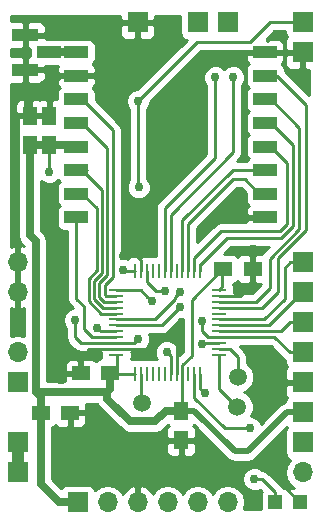
<source format=gtl>
G04 #@! TF.FileFunction,Copper,L1,Top,Signal*
%FSLAX46Y46*%
G04 Gerber Fmt 4.6, Leading zero omitted, Abs format (unit mm)*
G04 Created by KiCad (PCBNEW 4.0.6) date Monday, 03 July 2017 'AMt' 11:17:00*
%MOMM*%
%LPD*%
G01*
G04 APERTURE LIST*
%ADD10C,0.101600*%
%ADD11R,0.250000X1.300000*%
%ADD12R,1.300000X0.250000*%
%ADD13R,1.700000X1.700000*%
%ADD14O,1.700000X1.700000*%
%ADD15R,2.000000X1.000000*%
%ADD16R,1.500000X1.250000*%
%ADD17R,1.250000X1.500000*%
%ADD18R,1.198880X1.198880*%
%ADD19R,2.200000X1.050000*%
%ADD20C,1.500000*%
%ADD21C,0.762000*%
%ADD22C,0.254000*%
%ADD23C,0.500000*%
%ADD24C,0.700000*%
%ADD25C,1.000000*%
G04 APERTURE END LIST*
D10*
D11*
X147110000Y-83090000D03*
X147610000Y-83090000D03*
X148110000Y-83090000D03*
X148610000Y-83090000D03*
X149110000Y-83090000D03*
X149610000Y-83090000D03*
X150110000Y-83090000D03*
X150610000Y-83090000D03*
X151110000Y-83090000D03*
X151610000Y-83090000D03*
X152110000Y-83090000D03*
X152610000Y-83090000D03*
D12*
X154210000Y-81490000D03*
X154210000Y-80990000D03*
X154210000Y-80490000D03*
X154210000Y-79990000D03*
X154210000Y-79490000D03*
X154210000Y-78990000D03*
X154210000Y-78490000D03*
X154210000Y-77990000D03*
X154210000Y-77490000D03*
X154210000Y-76990000D03*
X154210000Y-76490000D03*
X154210000Y-75990000D03*
D11*
X152610000Y-74390000D03*
X152110000Y-74390000D03*
X151610000Y-74390000D03*
X151110000Y-74390000D03*
X150610000Y-74390000D03*
X150110000Y-74390000D03*
X149610000Y-74390000D03*
X149110000Y-74390000D03*
X148610000Y-74390000D03*
X148110000Y-74390000D03*
X147610000Y-74390000D03*
X147110000Y-74390000D03*
D12*
X145510000Y-75990000D03*
X145510000Y-76490000D03*
X145510000Y-76990000D03*
X145510000Y-77490000D03*
X145510000Y-77990000D03*
X145510000Y-78490000D03*
X145510000Y-78990000D03*
X145510000Y-79490000D03*
X145510000Y-79990000D03*
X145510000Y-80490000D03*
X145510000Y-80990000D03*
X145510000Y-81490000D03*
D13*
X142240000Y-93980000D03*
D14*
X144780000Y-93980000D03*
X147320000Y-93980000D03*
X149860000Y-93980000D03*
X152400000Y-93980000D03*
X154940000Y-93980000D03*
D15*
X158115000Y-69850000D03*
X158115000Y-67850000D03*
X158115000Y-65850000D03*
X158115000Y-63850000D03*
X158115000Y-61850000D03*
X158115000Y-59850000D03*
X158115000Y-57850000D03*
X158115000Y-55850000D03*
X142115000Y-55850000D03*
X142115000Y-57850000D03*
X142115000Y-59850000D03*
X142115000Y-61850000D03*
X142115000Y-63850000D03*
X142115000Y-65850000D03*
X142115000Y-67850000D03*
X142115000Y-69850000D03*
D16*
X154550000Y-74200000D03*
X157050000Y-74200000D03*
X145014000Y-83058000D03*
X142514000Y-83058000D03*
D17*
X151003000Y-86233000D03*
X151003000Y-88733000D03*
D18*
X158970980Y-93980000D03*
X161069020Y-93980000D03*
D17*
X138176000Y-63734000D03*
X138176000Y-61234000D03*
X139827000Y-63734000D03*
X139827000Y-61234000D03*
D13*
X137160000Y-83820000D03*
D14*
X137160000Y-81280000D03*
D19*
X137795000Y-57355000D03*
X137795000Y-54405000D03*
D15*
X139827000Y-55880000D03*
D13*
X154940000Y-53340000D03*
X161290000Y-55880000D03*
X161290000Y-73660000D03*
X161290000Y-76200000D03*
X161290000Y-78740000D03*
X161290000Y-88900000D03*
D14*
X161290000Y-91440000D03*
D13*
X147320000Y-53340000D03*
X161290000Y-83820000D03*
D20*
X155800000Y-83350000D03*
X155750000Y-85900000D03*
X147650000Y-85600000D03*
D13*
X137160000Y-91440000D03*
D14*
X137160000Y-73660000D03*
D13*
X137160000Y-88900000D03*
D14*
X137160000Y-76200000D03*
D13*
X152400000Y-53340000D03*
D16*
X139100000Y-86400000D03*
X141600000Y-86400000D03*
D13*
X161290000Y-81280000D03*
X161290000Y-86360000D03*
X161290000Y-53340000D03*
D21*
X139775000Y-68350002D03*
X155200000Y-91600000D03*
X140825000Y-83575000D03*
X157099994Y-72500000D03*
X145499996Y-91000000D03*
X158000000Y-82000000D03*
X155800000Y-67800000D03*
X146050000Y-73152000D03*
X141224000Y-92202000D03*
X148524998Y-76925000D03*
X149600000Y-76050000D03*
X149775000Y-81225000D03*
X157200000Y-92000000D03*
X147400000Y-67300000D03*
X147350000Y-60000000D03*
X139850000Y-66000000D03*
X146050000Y-74300000D03*
X150876000Y-77470010D03*
X150876000Y-76200000D03*
X147350000Y-80175000D03*
X142000004Y-78525000D03*
X156800000Y-87699996D03*
X155400006Y-58000000D03*
X152800000Y-80600000D03*
X153000000Y-84750000D03*
X143900000Y-79200000D03*
X153900000Y-58000000D03*
X152800000Y-78600000D03*
D22*
X139775000Y-68888817D02*
X139775000Y-68350002D01*
X139775000Y-79440000D02*
X139775000Y-68888817D01*
X142514000Y-82179000D02*
X139775000Y-79440000D01*
X142514000Y-83058000D02*
X142514000Y-82179000D01*
X142514000Y-83058000D02*
X142514000Y-81711000D01*
X142514000Y-81711000D02*
X143235000Y-80990000D01*
X143235000Y-80990000D02*
X145510000Y-80990000D01*
X161069020Y-93980000D02*
X157789020Y-90700000D01*
X157789020Y-90700000D02*
X156100000Y-90700000D01*
X156100000Y-90700000D02*
X155200000Y-91600000D01*
X151003000Y-88733000D02*
X149442000Y-88733000D01*
X147320000Y-93980000D02*
X147320000Y-92545000D01*
X147320000Y-92545000D02*
X146977000Y-92202000D01*
X146977000Y-92202000D02*
X145542000Y-92202000D01*
X142115000Y-57850000D02*
X144125000Y-57850000D01*
X145000000Y-54075000D02*
X145735000Y-53340000D01*
X144125000Y-57850000D02*
X145000000Y-56975000D01*
X145000000Y-56975000D02*
X145000000Y-54075000D01*
X145735000Y-53340000D02*
X147320000Y-53340000D01*
X154819001Y-91219001D02*
X155200000Y-91600000D01*
X152333000Y-88733000D02*
X154819001Y-91219001D01*
X151003000Y-88733000D02*
X152333000Y-88733000D01*
X141205999Y-83194001D02*
X140825000Y-83575000D01*
X141342000Y-83058000D02*
X141205999Y-83194001D01*
X142514000Y-83058000D02*
X141342000Y-83058000D01*
X158115000Y-69850000D02*
X156650000Y-69850000D01*
X156650000Y-69850000D02*
X155800000Y-69000000D01*
X155800000Y-69000000D02*
X155800000Y-67800000D01*
X154210000Y-76490000D02*
X156010000Y-76490000D01*
X156010000Y-76490000D02*
X157099994Y-75400006D01*
X157099994Y-75400006D02*
X157099994Y-73038815D01*
X157099994Y-73038815D02*
X157099994Y-72500000D01*
X148850000Y-80200000D02*
X148060000Y-80990000D01*
X148060000Y-80990000D02*
X145510000Y-80990000D01*
X150225000Y-80200000D02*
X148850000Y-80200000D01*
X150610000Y-80585000D02*
X150225000Y-80200000D01*
X150610000Y-83090000D02*
X150610000Y-80585000D01*
X137160000Y-76200000D02*
X137150000Y-76190000D01*
X137150000Y-61244000D02*
X137140000Y-61234000D01*
X137150000Y-76190000D02*
X137150000Y-61244000D01*
X137140000Y-61234000D02*
X137668000Y-61234000D01*
X137668000Y-61234000D02*
X139446000Y-61234000D01*
X145542000Y-92202000D02*
X145499996Y-92159996D01*
X145880995Y-90619001D02*
X145499996Y-91000000D01*
X145499996Y-92159996D02*
X145499996Y-91538815D01*
X147766996Y-88733000D02*
X145880995Y-90619001D01*
X151003000Y-88733000D02*
X147766996Y-88733000D01*
X145499996Y-91538815D02*
X145499996Y-91000000D01*
X137795000Y-57355000D02*
X137795000Y-60853000D01*
X137795000Y-60853000D02*
X138176000Y-61234000D01*
X142115000Y-57850000D02*
X140861000Y-57850000D01*
X140861000Y-57850000D02*
X139827000Y-58884000D01*
X139827000Y-58884000D02*
X139827000Y-60230000D01*
X139827000Y-60230000D02*
X139827000Y-61234000D01*
X147276000Y-73152000D02*
X146588815Y-73152000D01*
X147610000Y-73486000D02*
X147276000Y-73152000D01*
X147610000Y-74390000D02*
X147610000Y-73486000D01*
X146588815Y-73152000D02*
X146050000Y-73152000D01*
X145542000Y-92202000D02*
X141224000Y-92202000D01*
X137795000Y-57355000D02*
X137795000Y-54405000D01*
X137668000Y-57482000D02*
X137795000Y-57355000D01*
X141826000Y-57850000D02*
X142115000Y-57850000D01*
X161290000Y-55880000D02*
X158145000Y-55880000D01*
X158145000Y-55880000D02*
X158115000Y-55850000D01*
X147589998Y-75990000D02*
X148143999Y-76544001D01*
X145510000Y-75990000D02*
X147589998Y-75990000D01*
X148143999Y-76544001D02*
X148524998Y-76925000D01*
X148110000Y-74390000D02*
X148110000Y-75294000D01*
X148110000Y-75294000D02*
X148866000Y-76050000D01*
X148866000Y-76050000D02*
X149061185Y-76050000D01*
X149061185Y-76050000D02*
X149600000Y-76050000D01*
X150110000Y-81560000D02*
X149775000Y-81225000D01*
X150110000Y-83090000D02*
X150110000Y-81560000D01*
X157844420Y-92000000D02*
X157738815Y-92000000D01*
X158970980Y-93126560D02*
X157844420Y-92000000D01*
X158970980Y-93980000D02*
X158970980Y-93126560D01*
X157738815Y-92000000D02*
X157200000Y-92000000D01*
X161290000Y-53340000D02*
X158530638Y-53340000D01*
X158530638Y-53340000D02*
X156870638Y-55000000D01*
X156870638Y-55000000D02*
X152350000Y-55000000D01*
X152350000Y-55000000D02*
X147350000Y-60000000D01*
D23*
X155545000Y-89650000D02*
X156650000Y-89650000D01*
X156650000Y-89650000D02*
X159940000Y-86360000D01*
X159940000Y-86360000D02*
X161290000Y-86360000D01*
X151003000Y-86233000D02*
X152128000Y-86233000D01*
X152128000Y-86233000D02*
X155545000Y-89650000D01*
D24*
X151003000Y-86233000D02*
X149678000Y-86233000D01*
X149678000Y-86233000D02*
X148811000Y-87100000D01*
X148811000Y-87100000D02*
X146650000Y-87100000D01*
X146650000Y-87100000D02*
X144738000Y-85188000D01*
X144738000Y-85188000D02*
X144738000Y-84659000D01*
X145014000Y-83058000D02*
X145014000Y-84383000D01*
X145014000Y-84383000D02*
X144738000Y-84659000D01*
X144738000Y-84659000D02*
X138684000Y-84659000D01*
X139100000Y-86400000D02*
X139100000Y-85075000D01*
X138684000Y-84659000D02*
X138684000Y-71882000D01*
X139100000Y-85075000D02*
X138684000Y-84659000D01*
X138684000Y-71882000D02*
X138176000Y-71374000D01*
X138176000Y-71374000D02*
X138176000Y-63734000D01*
X142240000Y-93980000D02*
X140690000Y-93980000D01*
X140690000Y-93980000D02*
X139100000Y-92390000D01*
X139100000Y-92390000D02*
X139100000Y-87725000D01*
X139100000Y-87725000D02*
X139100000Y-86400000D01*
D22*
X147350000Y-67250000D02*
X147400000Y-67300000D01*
X147350000Y-60000000D02*
X147350000Y-67250000D01*
X154327000Y-74422000D02*
X154452000Y-74422000D01*
X151888798Y-76860202D02*
X154327000Y-74422000D01*
X151110000Y-82319181D02*
X151888798Y-81540383D01*
X151888798Y-81540383D02*
X151888798Y-76860202D01*
X151110000Y-83090000D02*
X151110000Y-82319181D01*
X151110000Y-83090000D02*
X151110000Y-86126000D01*
X151110000Y-86126000D02*
X151003000Y-86233000D01*
X139827000Y-63734000D02*
X139827000Y-65977000D01*
X139827000Y-65977000D02*
X139850000Y-66000000D01*
X142115000Y-63850000D02*
X142615000Y-63850000D01*
X147110000Y-74390000D02*
X146140000Y-74390000D01*
X146140000Y-74390000D02*
X146050000Y-74300000D01*
X139827000Y-63734000D02*
X138176000Y-63734000D01*
D24*
X138176000Y-63734000D02*
X141999000Y-63734000D01*
X141999000Y-63734000D02*
X142115000Y-63850000D01*
D22*
X154452000Y-74422000D02*
X154577000Y-74422000D01*
X154452000Y-74422000D02*
X154452000Y-75748000D01*
X154452000Y-75748000D02*
X154210000Y-75990000D01*
D24*
X144780000Y-83167000D02*
X144889000Y-83058000D01*
D22*
X154254000Y-75946000D02*
X154210000Y-75990000D01*
D24*
X142240000Y-93671000D02*
X142240000Y-93980000D01*
D22*
X147110000Y-83090000D02*
X145046000Y-83090000D01*
X145046000Y-83090000D02*
X145014000Y-83058000D01*
X145014000Y-83058000D02*
X145161000Y-83058000D01*
X145161000Y-83058000D02*
X145542000Y-82677000D01*
X145542000Y-82677000D02*
X145542000Y-81522000D01*
X145542000Y-81522000D02*
X145510000Y-81490000D01*
D24*
X141615000Y-63850000D02*
X142115000Y-63850000D01*
X144889000Y-83058000D02*
X145014000Y-83058000D01*
D22*
X149356010Y-78990000D02*
X150495001Y-77851009D01*
X145510000Y-78990000D02*
X149356010Y-78990000D01*
X150495001Y-77851009D02*
X150876000Y-77470010D01*
X148762578Y-78490000D02*
X150495001Y-76757577D01*
X150495001Y-76757577D02*
X150495001Y-76580999D01*
X145510000Y-78490000D02*
X148762578Y-78490000D01*
X150495001Y-76580999D02*
X150876000Y-76200000D01*
X147350000Y-80175000D02*
X147035000Y-80490000D01*
X147035000Y-80490000D02*
X145510000Y-80490000D01*
X145510000Y-80490000D02*
X142490000Y-80490000D01*
X142490000Y-80490000D02*
X142000000Y-80000000D01*
X142000000Y-80000000D02*
X142000000Y-78525004D01*
X142000000Y-78525004D02*
X142000004Y-78525000D01*
D24*
X142115000Y-55850000D02*
X139857000Y-55850000D01*
X139857000Y-55850000D02*
X139827000Y-55880000D01*
D25*
X137160000Y-91440000D02*
X137160000Y-88900000D01*
D22*
X155114000Y-76990000D02*
X154210000Y-76990000D01*
X158615000Y-59850000D02*
X161000000Y-62235000D01*
X158115000Y-59850000D02*
X158615000Y-59850000D01*
X161000000Y-62235000D02*
X161000000Y-70850000D01*
X161000000Y-70850000D02*
X158496000Y-73354000D01*
X158496000Y-73354000D02*
X158496000Y-75819000D01*
X158496000Y-75819000D02*
X157325000Y-76990000D01*
X157325000Y-76990000D02*
X155114000Y-76990000D01*
X144347456Y-77490000D02*
X143615381Y-76757925D01*
X143615380Y-75222074D02*
X144307212Y-74530242D01*
X143615381Y-76757925D02*
X143615380Y-75222074D01*
X145510000Y-77490000D02*
X144347456Y-77490000D01*
X144307212Y-74530242D02*
X144307212Y-67542212D01*
X144307212Y-67542212D02*
X142615000Y-65850000D01*
X142615000Y-65850000D02*
X142115000Y-65850000D01*
X142115000Y-65850000D02*
X143066000Y-65850000D01*
X154699996Y-87699996D02*
X156261185Y-87699996D01*
X156261185Y-87699996D02*
X156800000Y-87699996D01*
X152110000Y-85110000D02*
X154699996Y-87699996D01*
X152110000Y-83090000D02*
X152110000Y-85110000D01*
X161290000Y-91440000D02*
X161240000Y-91440000D01*
X155400006Y-58538815D02*
X155400006Y-58000000D01*
X155400006Y-64346586D02*
X155400006Y-58538815D01*
X150110000Y-74390000D02*
X150110000Y-69636592D01*
X150110000Y-69636592D02*
X155400006Y-64346586D01*
X152800000Y-80600000D02*
X152910000Y-80490000D01*
X152910000Y-80490000D02*
X154210000Y-80490000D01*
X159453408Y-71600000D02*
X154875000Y-71600000D01*
X160457211Y-63692211D02*
X160457211Y-70596197D01*
X158615000Y-61850000D02*
X160457211Y-63692211D01*
X160457211Y-70596197D02*
X159453408Y-71600000D01*
X154875000Y-71600000D02*
X152610000Y-73865000D01*
X152610000Y-73865000D02*
X152610000Y-74390000D01*
X158115000Y-61850000D02*
X158615000Y-61850000D01*
X158115000Y-63850000D02*
X158615000Y-63850000D01*
X158615000Y-63850000D02*
X160000000Y-65235000D01*
X160000000Y-65235000D02*
X160000000Y-70400000D01*
X160000000Y-70400000D02*
X159400000Y-71000000D01*
X152110000Y-73303407D02*
X152110000Y-73486000D01*
X159400000Y-71000000D02*
X154413407Y-71000000D01*
X154413407Y-71000000D02*
X152110000Y-73303407D01*
X152110000Y-73486000D02*
X152110000Y-74390000D01*
X158115000Y-67850000D02*
X157615000Y-67850000D01*
X157615000Y-67850000D02*
X156365000Y-66600000D01*
X156365000Y-66600000D02*
X155400000Y-66600000D01*
X155400000Y-66600000D02*
X151610000Y-70390000D01*
X151610000Y-70390000D02*
X151610000Y-73486000D01*
X151610000Y-73486000D02*
X151610000Y-74390000D01*
X158115000Y-65850000D02*
X155350000Y-65850000D01*
X155350000Y-65850000D02*
X151110000Y-70090000D01*
X151110000Y-70090000D02*
X151110000Y-73486000D01*
X151110000Y-73486000D02*
X151110000Y-74390000D01*
X155114000Y-78490000D02*
X154210000Y-78490000D01*
X159757211Y-76742789D02*
X158010000Y-78490000D01*
X158010000Y-78490000D02*
X155114000Y-78490000D01*
X160186000Y-73660000D02*
X159757211Y-74088789D01*
X161290000Y-73660000D02*
X160186000Y-73660000D01*
X159757211Y-74088789D02*
X159757211Y-76742789D01*
X161290000Y-76200000D02*
X161200000Y-76200000D01*
X161200000Y-76200000D02*
X158410000Y-78990000D01*
X158410000Y-78990000D02*
X155114000Y-78990000D01*
X155114000Y-78990000D02*
X154210000Y-78990000D01*
X161290000Y-78740000D02*
X160186000Y-78740000D01*
X160186000Y-78740000D02*
X159436000Y-79490000D01*
X159436000Y-79490000D02*
X155114000Y-79490000D01*
X155114000Y-79490000D02*
X154210000Y-79490000D01*
X152610000Y-84360000D02*
X152619001Y-84369001D01*
X152610000Y-83090000D02*
X152610000Y-84360000D01*
X152619001Y-84369001D02*
X153000000Y-84750000D01*
X154210000Y-80990000D02*
X155114000Y-80990000D01*
X155114000Y-80990000D02*
X155800000Y-81676000D01*
X155800000Y-81676000D02*
X155800000Y-82289340D01*
X155800000Y-82289340D02*
X155800000Y-83350000D01*
X154210000Y-81490000D02*
X154210000Y-84360000D01*
X154210000Y-84360000D02*
X155750000Y-85900000D01*
X147610000Y-83090000D02*
X147610000Y-85560000D01*
X147610000Y-85560000D02*
X147650000Y-85600000D01*
X147610000Y-84999000D02*
X147701000Y-85090000D01*
X143900000Y-79200000D02*
X144190000Y-79490000D01*
X144190000Y-79490000D02*
X145510000Y-79490000D01*
X154210000Y-77490000D02*
X157860000Y-77490000D01*
X159200000Y-73296592D02*
X161550000Y-70946592D01*
X157860000Y-77490000D02*
X159200000Y-76150000D01*
X159200000Y-76150000D02*
X159200000Y-73296592D01*
X161550000Y-60300000D02*
X159100000Y-57850000D01*
X161550000Y-70946592D02*
X161550000Y-60300000D01*
X159100000Y-57850000D02*
X158115000Y-57850000D01*
X144529799Y-76379161D02*
X144640640Y-76490000D01*
X144529799Y-75600839D02*
X144529799Y-76379161D01*
X145221633Y-74909007D02*
X144529799Y-75600839D01*
X145221633Y-62456633D02*
X145221633Y-74909007D01*
X142615000Y-59850000D02*
X145221633Y-62456633D01*
X142115000Y-59850000D02*
X142615000Y-59850000D01*
X144640640Y-76490000D02*
X145510000Y-76490000D01*
X144764423Y-63999423D02*
X144764423Y-74719624D01*
X144764423Y-74719624D02*
X144072590Y-75411456D01*
X142615000Y-61850000D02*
X144764423Y-63999423D01*
X142115000Y-61850000D02*
X142615000Y-61850000D01*
X144072590Y-75411456D02*
X144072590Y-76568542D01*
X144072590Y-76568542D02*
X144494048Y-76990000D01*
X144494048Y-76990000D02*
X144606000Y-76990000D01*
X144606000Y-76990000D02*
X145510000Y-76990000D01*
X143850002Y-70209364D02*
X143850002Y-74340861D01*
X143158170Y-75032693D02*
X143158171Y-76947308D01*
X144200859Y-77990000D02*
X144606000Y-77990000D01*
X144606000Y-77990000D02*
X145510000Y-77990000D01*
X143850000Y-70209362D02*
X143850002Y-70209364D01*
X142615000Y-67850000D02*
X143850000Y-69085000D01*
X142115000Y-67850000D02*
X142615000Y-67850000D01*
X143850000Y-69085000D02*
X143850000Y-70209362D01*
X143850002Y-74340861D02*
X143158170Y-75032693D01*
X143158171Y-76947308D02*
X144200859Y-77990000D01*
X142115000Y-69850000D02*
X142115000Y-76715000D01*
X142115000Y-76715000D02*
X142750000Y-77350000D01*
X142750000Y-77350000D02*
X142750000Y-79275000D01*
X142750000Y-79275000D02*
X143465000Y-79990000D01*
X143465000Y-79990000D02*
X145510000Y-79990000D01*
X149610000Y-74390000D02*
X149610000Y-69090000D01*
X149610000Y-69090000D02*
X153900000Y-64800000D01*
X153900000Y-64800000D02*
X153900000Y-58000000D01*
X152800000Y-78600000D02*
X152800000Y-79484000D01*
X152800000Y-79484000D02*
X153306000Y-79990000D01*
X153306000Y-79990000D02*
X154210000Y-79990000D01*
X161290000Y-81280000D02*
X160186000Y-81280000D01*
X160186000Y-81280000D02*
X158896000Y-79990000D01*
X158896000Y-79990000D02*
X155114000Y-79990000D01*
X155114000Y-79990000D02*
X154210000Y-79990000D01*
G36*
X144041500Y-85884500D02*
X145953500Y-87796500D01*
X146273057Y-88010021D01*
X146650000Y-88085000D01*
X148811000Y-88085000D01*
X149187943Y-88010021D01*
X149507500Y-87796500D01*
X149896545Y-87407455D01*
X149913910Y-87434441D01*
X149982006Y-87480969D01*
X149839673Y-87623302D01*
X149743000Y-87856691D01*
X149743000Y-88447250D01*
X149901750Y-88606000D01*
X150876000Y-88606000D01*
X150876000Y-88586000D01*
X151130000Y-88586000D01*
X151130000Y-88606000D01*
X152104250Y-88606000D01*
X152263000Y-88447250D01*
X152263000Y-87856691D01*
X152166327Y-87623302D01*
X152025090Y-87482064D01*
X152079441Y-87447090D01*
X152083934Y-87440514D01*
X154919208Y-90275787D01*
X154919210Y-90275790D01*
X155206325Y-90467633D01*
X155262516Y-90478810D01*
X155545000Y-90535001D01*
X155545005Y-90535000D01*
X156649995Y-90535000D01*
X156650000Y-90535001D01*
X156932484Y-90478810D01*
X156988675Y-90467633D01*
X157275790Y-90275790D01*
X159942327Y-87609252D01*
X159957015Y-87632077D01*
X159843569Y-87798110D01*
X159792560Y-88050000D01*
X159792560Y-89750000D01*
X159836838Y-89985317D01*
X159975910Y-90201441D01*
X160188110Y-90346431D01*
X160255541Y-90360086D01*
X160210853Y-90389946D01*
X159888946Y-90871715D01*
X159775907Y-91440000D01*
X159888946Y-92008285D01*
X160210853Y-92490054D01*
X160593246Y-92745560D01*
X160343271Y-92745560D01*
X160109882Y-92842233D01*
X160027669Y-92924445D01*
X159822310Y-92784129D01*
X159612645Y-92741671D01*
X159606932Y-92733120D01*
X159509795Y-92587744D01*
X158383235Y-91461185D01*
X158136025Y-91296004D01*
X157882474Y-91245569D01*
X157776269Y-91139179D01*
X157402982Y-90984176D01*
X156998792Y-90983824D01*
X156625234Y-91138175D01*
X156339179Y-91423731D01*
X156184176Y-91797018D01*
X156183824Y-92201208D01*
X156338175Y-92574766D01*
X156623731Y-92860821D01*
X156997018Y-93015824D01*
X157401208Y-93016176D01*
X157671347Y-92904557D01*
X157823962Y-93057172D01*
X157775109Y-93128670D01*
X157724100Y-93380560D01*
X157724100Y-94540000D01*
X156319396Y-94540000D01*
X156425000Y-94009093D01*
X156425000Y-93950907D01*
X156311961Y-93382622D01*
X155990054Y-92900853D01*
X155508285Y-92578946D01*
X154940000Y-92465907D01*
X154371715Y-92578946D01*
X153889946Y-92900853D01*
X153670000Y-93230026D01*
X153450054Y-92900853D01*
X152968285Y-92578946D01*
X152400000Y-92465907D01*
X151831715Y-92578946D01*
X151349946Y-92900853D01*
X151130000Y-93230026D01*
X150910054Y-92900853D01*
X150428285Y-92578946D01*
X149860000Y-92465907D01*
X149291715Y-92578946D01*
X148809946Y-92900853D01*
X148582298Y-93241553D01*
X148515183Y-93098642D01*
X148086924Y-92708355D01*
X147676890Y-92538524D01*
X147447000Y-92659845D01*
X147447000Y-93853000D01*
X147467000Y-93853000D01*
X147467000Y-94107000D01*
X147447000Y-94107000D01*
X147447000Y-94127000D01*
X147193000Y-94127000D01*
X147193000Y-94107000D01*
X147173000Y-94107000D01*
X147173000Y-93853000D01*
X147193000Y-93853000D01*
X147193000Y-92659845D01*
X146963110Y-92538524D01*
X146553076Y-92708355D01*
X146124817Y-93098642D01*
X146057702Y-93241553D01*
X145830054Y-92900853D01*
X145348285Y-92578946D01*
X144780000Y-92465907D01*
X144211715Y-92578946D01*
X143729946Y-92900853D01*
X143702150Y-92942452D01*
X143693162Y-92894683D01*
X143554090Y-92678559D01*
X143341890Y-92533569D01*
X143090000Y-92482560D01*
X141390000Y-92482560D01*
X141154683Y-92526838D01*
X140938559Y-92665910D01*
X140869695Y-92766695D01*
X140085000Y-91982000D01*
X140085000Y-89018750D01*
X149743000Y-89018750D01*
X149743000Y-89609309D01*
X149839673Y-89842698D01*
X150018301Y-90021327D01*
X150251690Y-90118000D01*
X150717250Y-90118000D01*
X150876000Y-89959250D01*
X150876000Y-88860000D01*
X151130000Y-88860000D01*
X151130000Y-89959250D01*
X151288750Y-90118000D01*
X151754310Y-90118000D01*
X151987699Y-90021327D01*
X152166327Y-89842698D01*
X152263000Y-89609309D01*
X152263000Y-89018750D01*
X152104250Y-88860000D01*
X151130000Y-88860000D01*
X150876000Y-88860000D01*
X149901750Y-88860000D01*
X149743000Y-89018750D01*
X140085000Y-89018750D01*
X140085000Y-87628222D01*
X140085317Y-87628162D01*
X140301441Y-87489090D01*
X140347969Y-87420994D01*
X140490302Y-87563327D01*
X140723691Y-87660000D01*
X141314250Y-87660000D01*
X141473000Y-87501250D01*
X141473000Y-86527000D01*
X141727000Y-86527000D01*
X141727000Y-87501250D01*
X141885750Y-87660000D01*
X142476309Y-87660000D01*
X142709698Y-87563327D01*
X142888327Y-87384699D01*
X142985000Y-87151310D01*
X142985000Y-86685750D01*
X142826250Y-86527000D01*
X141727000Y-86527000D01*
X141473000Y-86527000D01*
X141453000Y-86527000D01*
X141453000Y-86273000D01*
X141473000Y-86273000D01*
X141473000Y-86253000D01*
X141727000Y-86253000D01*
X141727000Y-86273000D01*
X142826250Y-86273000D01*
X142985000Y-86114250D01*
X142985000Y-85648690D01*
X142983057Y-85644000D01*
X143880803Y-85644000D01*
X144041500Y-85884500D01*
X144041500Y-85884500D01*
G37*
X144041500Y-85884500D02*
X145953500Y-87796500D01*
X146273057Y-88010021D01*
X146650000Y-88085000D01*
X148811000Y-88085000D01*
X149187943Y-88010021D01*
X149507500Y-87796500D01*
X149896545Y-87407455D01*
X149913910Y-87434441D01*
X149982006Y-87480969D01*
X149839673Y-87623302D01*
X149743000Y-87856691D01*
X149743000Y-88447250D01*
X149901750Y-88606000D01*
X150876000Y-88606000D01*
X150876000Y-88586000D01*
X151130000Y-88586000D01*
X151130000Y-88606000D01*
X152104250Y-88606000D01*
X152263000Y-88447250D01*
X152263000Y-87856691D01*
X152166327Y-87623302D01*
X152025090Y-87482064D01*
X152079441Y-87447090D01*
X152083934Y-87440514D01*
X154919208Y-90275787D01*
X154919210Y-90275790D01*
X155206325Y-90467633D01*
X155262516Y-90478810D01*
X155545000Y-90535001D01*
X155545005Y-90535000D01*
X156649995Y-90535000D01*
X156650000Y-90535001D01*
X156932484Y-90478810D01*
X156988675Y-90467633D01*
X157275790Y-90275790D01*
X159942327Y-87609252D01*
X159957015Y-87632077D01*
X159843569Y-87798110D01*
X159792560Y-88050000D01*
X159792560Y-89750000D01*
X159836838Y-89985317D01*
X159975910Y-90201441D01*
X160188110Y-90346431D01*
X160255541Y-90360086D01*
X160210853Y-90389946D01*
X159888946Y-90871715D01*
X159775907Y-91440000D01*
X159888946Y-92008285D01*
X160210853Y-92490054D01*
X160593246Y-92745560D01*
X160343271Y-92745560D01*
X160109882Y-92842233D01*
X160027669Y-92924445D01*
X159822310Y-92784129D01*
X159612645Y-92741671D01*
X159606932Y-92733120D01*
X159509795Y-92587744D01*
X158383235Y-91461185D01*
X158136025Y-91296004D01*
X157882474Y-91245569D01*
X157776269Y-91139179D01*
X157402982Y-90984176D01*
X156998792Y-90983824D01*
X156625234Y-91138175D01*
X156339179Y-91423731D01*
X156184176Y-91797018D01*
X156183824Y-92201208D01*
X156338175Y-92574766D01*
X156623731Y-92860821D01*
X156997018Y-93015824D01*
X157401208Y-93016176D01*
X157671347Y-92904557D01*
X157823962Y-93057172D01*
X157775109Y-93128670D01*
X157724100Y-93380560D01*
X157724100Y-94540000D01*
X156319396Y-94540000D01*
X156425000Y-94009093D01*
X156425000Y-93950907D01*
X156311961Y-93382622D01*
X155990054Y-92900853D01*
X155508285Y-92578946D01*
X154940000Y-92465907D01*
X154371715Y-92578946D01*
X153889946Y-92900853D01*
X153670000Y-93230026D01*
X153450054Y-92900853D01*
X152968285Y-92578946D01*
X152400000Y-92465907D01*
X151831715Y-92578946D01*
X151349946Y-92900853D01*
X151130000Y-93230026D01*
X150910054Y-92900853D01*
X150428285Y-92578946D01*
X149860000Y-92465907D01*
X149291715Y-92578946D01*
X148809946Y-92900853D01*
X148582298Y-93241553D01*
X148515183Y-93098642D01*
X148086924Y-92708355D01*
X147676890Y-92538524D01*
X147447000Y-92659845D01*
X147447000Y-93853000D01*
X147467000Y-93853000D01*
X147467000Y-94107000D01*
X147447000Y-94107000D01*
X147447000Y-94127000D01*
X147193000Y-94127000D01*
X147193000Y-94107000D01*
X147173000Y-94107000D01*
X147173000Y-93853000D01*
X147193000Y-93853000D01*
X147193000Y-92659845D01*
X146963110Y-92538524D01*
X146553076Y-92708355D01*
X146124817Y-93098642D01*
X146057702Y-93241553D01*
X145830054Y-92900853D01*
X145348285Y-92578946D01*
X144780000Y-92465907D01*
X144211715Y-92578946D01*
X143729946Y-92900853D01*
X143702150Y-92942452D01*
X143693162Y-92894683D01*
X143554090Y-92678559D01*
X143341890Y-92533569D01*
X143090000Y-92482560D01*
X141390000Y-92482560D01*
X141154683Y-92526838D01*
X140938559Y-92665910D01*
X140869695Y-92766695D01*
X140085000Y-91982000D01*
X140085000Y-89018750D01*
X149743000Y-89018750D01*
X149743000Y-89609309D01*
X149839673Y-89842698D01*
X150018301Y-90021327D01*
X150251690Y-90118000D01*
X150717250Y-90118000D01*
X150876000Y-89959250D01*
X150876000Y-88860000D01*
X151130000Y-88860000D01*
X151130000Y-89959250D01*
X151288750Y-90118000D01*
X151754310Y-90118000D01*
X151987699Y-90021327D01*
X152166327Y-89842698D01*
X152263000Y-89609309D01*
X152263000Y-89018750D01*
X152104250Y-88860000D01*
X151130000Y-88860000D01*
X150876000Y-88860000D01*
X149901750Y-88860000D01*
X149743000Y-89018750D01*
X140085000Y-89018750D01*
X140085000Y-87628222D01*
X140085317Y-87628162D01*
X140301441Y-87489090D01*
X140347969Y-87420994D01*
X140490302Y-87563327D01*
X140723691Y-87660000D01*
X141314250Y-87660000D01*
X141473000Y-87501250D01*
X141473000Y-86527000D01*
X141727000Y-86527000D01*
X141727000Y-87501250D01*
X141885750Y-87660000D01*
X142476309Y-87660000D01*
X142709698Y-87563327D01*
X142888327Y-87384699D01*
X142985000Y-87151310D01*
X142985000Y-86685750D01*
X142826250Y-86527000D01*
X141727000Y-86527000D01*
X141473000Y-86527000D01*
X141453000Y-86527000D01*
X141453000Y-86273000D01*
X141473000Y-86273000D01*
X141473000Y-86253000D01*
X141727000Y-86253000D01*
X141727000Y-86273000D01*
X142826250Y-86273000D01*
X142985000Y-86114250D01*
X142985000Y-85648690D01*
X142983057Y-85644000D01*
X143880803Y-85644000D01*
X144041500Y-85884500D01*
G36*
X161196020Y-93853000D02*
X161216020Y-93853000D01*
X161216020Y-94107000D01*
X161196020Y-94107000D01*
X161196020Y-94127000D01*
X160942020Y-94127000D01*
X160942020Y-94107000D01*
X160922020Y-94107000D01*
X160922020Y-93853000D01*
X160942020Y-93853000D01*
X160942020Y-93833000D01*
X161196020Y-93833000D01*
X161196020Y-93853000D01*
X161196020Y-93853000D01*
G37*
X161196020Y-93853000D02*
X161216020Y-93853000D01*
X161216020Y-94107000D01*
X161196020Y-94107000D01*
X161196020Y-94127000D01*
X160942020Y-94127000D01*
X160942020Y-94107000D01*
X160922020Y-94107000D01*
X160922020Y-93853000D01*
X160942020Y-93853000D01*
X160942020Y-93833000D01*
X161196020Y-93833000D01*
X161196020Y-93853000D01*
G36*
X159647184Y-81818815D02*
X159792560Y-81915952D01*
X159792560Y-82130000D01*
X159836838Y-82365317D01*
X159958143Y-82553831D01*
X159901673Y-82610301D01*
X159805000Y-82843690D01*
X159805000Y-83534250D01*
X159963750Y-83693000D01*
X161163000Y-83693000D01*
X161163000Y-83673000D01*
X161417000Y-83673000D01*
X161417000Y-83693000D01*
X161437000Y-83693000D01*
X161437000Y-83947000D01*
X161417000Y-83947000D01*
X161417000Y-83967000D01*
X161163000Y-83967000D01*
X161163000Y-83947000D01*
X159963750Y-83947000D01*
X159805000Y-84105750D01*
X159805000Y-84796310D01*
X159901673Y-85029699D01*
X159959871Y-85087897D01*
X159843569Y-85258110D01*
X159793757Y-85504089D01*
X159657516Y-85531190D01*
X159601325Y-85542367D01*
X159314210Y-85734210D01*
X159314208Y-85734213D01*
X157738244Y-87310177D01*
X157661825Y-87125230D01*
X157376269Y-86839175D01*
X157002982Y-86684172D01*
X156924068Y-86684103D01*
X157134759Y-86176702D01*
X157135240Y-85625715D01*
X156924831Y-85116485D01*
X156535564Y-84726539D01*
X156315997Y-84635367D01*
X156583515Y-84524831D01*
X156973461Y-84135564D01*
X157184759Y-83626702D01*
X157185240Y-83075715D01*
X156974831Y-82566485D01*
X156585564Y-82176539D01*
X156562000Y-82166754D01*
X156562000Y-81676000D01*
X156545142Y-81591250D01*
X156503997Y-81384396D01*
X156338816Y-81137185D01*
X155953630Y-80752000D01*
X158580370Y-80752000D01*
X159647184Y-81818815D01*
X159647184Y-81818815D01*
G37*
X159647184Y-81818815D02*
X159792560Y-81915952D01*
X159792560Y-82130000D01*
X159836838Y-82365317D01*
X159958143Y-82553831D01*
X159901673Y-82610301D01*
X159805000Y-82843690D01*
X159805000Y-83534250D01*
X159963750Y-83693000D01*
X161163000Y-83693000D01*
X161163000Y-83673000D01*
X161417000Y-83673000D01*
X161417000Y-83693000D01*
X161437000Y-83693000D01*
X161437000Y-83947000D01*
X161417000Y-83947000D01*
X161417000Y-83967000D01*
X161163000Y-83967000D01*
X161163000Y-83947000D01*
X159963750Y-83947000D01*
X159805000Y-84105750D01*
X159805000Y-84796310D01*
X159901673Y-85029699D01*
X159959871Y-85087897D01*
X159843569Y-85258110D01*
X159793757Y-85504089D01*
X159657516Y-85531190D01*
X159601325Y-85542367D01*
X159314210Y-85734210D01*
X159314208Y-85734213D01*
X157738244Y-87310177D01*
X157661825Y-87125230D01*
X157376269Y-86839175D01*
X157002982Y-86684172D01*
X156924068Y-86684103D01*
X157134759Y-86176702D01*
X157135240Y-85625715D01*
X156924831Y-85116485D01*
X156535564Y-84726539D01*
X156315997Y-84635367D01*
X156583515Y-84524831D01*
X156973461Y-84135564D01*
X157184759Y-83626702D01*
X157185240Y-83075715D01*
X156974831Y-82566485D01*
X156585564Y-82176539D01*
X156562000Y-82166754D01*
X156562000Y-81676000D01*
X156545142Y-81591250D01*
X156503997Y-81384396D01*
X156338816Y-81137185D01*
X155953630Y-80752000D01*
X158580370Y-80752000D01*
X159647184Y-81818815D01*
G36*
X140650910Y-66801441D02*
X140720711Y-66849134D01*
X140663559Y-66885910D01*
X140518569Y-67098110D01*
X140467560Y-67350000D01*
X140467560Y-68350000D01*
X140511838Y-68585317D01*
X140650910Y-68801441D01*
X140720711Y-68849134D01*
X140663559Y-68885910D01*
X140518569Y-69098110D01*
X140467560Y-69350000D01*
X140467560Y-70350000D01*
X140511838Y-70585317D01*
X140650910Y-70801441D01*
X140863110Y-70946431D01*
X141115000Y-70997440D01*
X141353000Y-70997440D01*
X141353000Y-76715000D01*
X141411004Y-77006605D01*
X141539155Y-77198396D01*
X141576185Y-77253815D01*
X141831222Y-77508852D01*
X141798796Y-77508824D01*
X141425238Y-77663175D01*
X141139183Y-77948731D01*
X140984180Y-78322018D01*
X140983828Y-78726208D01*
X141138179Y-79099766D01*
X141238000Y-79199761D01*
X141238000Y-80000000D01*
X141296004Y-80291605D01*
X141410528Y-80463001D01*
X141461185Y-80538815D01*
X141951185Y-81028816D01*
X142099377Y-81127834D01*
X142198395Y-81193996D01*
X142490000Y-81252000D01*
X144229428Y-81252000D01*
X144233468Y-81261753D01*
X144212560Y-81365000D01*
X144212560Y-81615000D01*
X144245315Y-81789076D01*
X144028683Y-81829838D01*
X143812559Y-81968910D01*
X143766031Y-82037006D01*
X143623698Y-81894673D01*
X143390309Y-81798000D01*
X142799750Y-81798000D01*
X142641000Y-81956750D01*
X142641000Y-82931000D01*
X142661000Y-82931000D01*
X142661000Y-83185000D01*
X142641000Y-83185000D01*
X142641000Y-83205000D01*
X142387000Y-83205000D01*
X142387000Y-83185000D01*
X141287750Y-83185000D01*
X141129000Y-83343750D01*
X141129000Y-83674000D01*
X139669000Y-83674000D01*
X139669000Y-82306690D01*
X141129000Y-82306690D01*
X141129000Y-82772250D01*
X141287750Y-82931000D01*
X142387000Y-82931000D01*
X142387000Y-81956750D01*
X142228250Y-81798000D01*
X141637691Y-81798000D01*
X141404302Y-81894673D01*
X141225673Y-82073301D01*
X141129000Y-82306690D01*
X139669000Y-82306690D01*
X139669000Y-71882000D01*
X139594021Y-71505057D01*
X139506452Y-71374000D01*
X139380500Y-71185499D01*
X139161000Y-70965999D01*
X139161000Y-66747893D01*
X139273731Y-66860821D01*
X139647018Y-67015824D01*
X140051208Y-67016176D01*
X140424766Y-66861825D01*
X140586119Y-66700753D01*
X140650910Y-66801441D01*
X140650910Y-66801441D01*
G37*
X140650910Y-66801441D02*
X140720711Y-66849134D01*
X140663559Y-66885910D01*
X140518569Y-67098110D01*
X140467560Y-67350000D01*
X140467560Y-68350000D01*
X140511838Y-68585317D01*
X140650910Y-68801441D01*
X140720711Y-68849134D01*
X140663559Y-68885910D01*
X140518569Y-69098110D01*
X140467560Y-69350000D01*
X140467560Y-70350000D01*
X140511838Y-70585317D01*
X140650910Y-70801441D01*
X140863110Y-70946431D01*
X141115000Y-70997440D01*
X141353000Y-70997440D01*
X141353000Y-76715000D01*
X141411004Y-77006605D01*
X141539155Y-77198396D01*
X141576185Y-77253815D01*
X141831222Y-77508852D01*
X141798796Y-77508824D01*
X141425238Y-77663175D01*
X141139183Y-77948731D01*
X140984180Y-78322018D01*
X140983828Y-78726208D01*
X141138179Y-79099766D01*
X141238000Y-79199761D01*
X141238000Y-80000000D01*
X141296004Y-80291605D01*
X141410528Y-80463001D01*
X141461185Y-80538815D01*
X141951185Y-81028816D01*
X142099377Y-81127834D01*
X142198395Y-81193996D01*
X142490000Y-81252000D01*
X144229428Y-81252000D01*
X144233468Y-81261753D01*
X144212560Y-81365000D01*
X144212560Y-81615000D01*
X144245315Y-81789076D01*
X144028683Y-81829838D01*
X143812559Y-81968910D01*
X143766031Y-82037006D01*
X143623698Y-81894673D01*
X143390309Y-81798000D01*
X142799750Y-81798000D01*
X142641000Y-81956750D01*
X142641000Y-82931000D01*
X142661000Y-82931000D01*
X142661000Y-83185000D01*
X142641000Y-83185000D01*
X142641000Y-83205000D01*
X142387000Y-83205000D01*
X142387000Y-83185000D01*
X141287750Y-83185000D01*
X141129000Y-83343750D01*
X141129000Y-83674000D01*
X139669000Y-83674000D01*
X139669000Y-82306690D01*
X141129000Y-82306690D01*
X141129000Y-82772250D01*
X141287750Y-82931000D01*
X142387000Y-82931000D01*
X142387000Y-81956750D01*
X142228250Y-81798000D01*
X141637691Y-81798000D01*
X141404302Y-81894673D01*
X141225673Y-82073301D01*
X141129000Y-82306690D01*
X139669000Y-82306690D01*
X139669000Y-71882000D01*
X139594021Y-71505057D01*
X139506452Y-71374000D01*
X139380500Y-71185499D01*
X139161000Y-70965999D01*
X139161000Y-66747893D01*
X139273731Y-66860821D01*
X139647018Y-67015824D01*
X140051208Y-67016176D01*
X140424766Y-66861825D01*
X140586119Y-66700753D01*
X140650910Y-66801441D01*
G36*
X151126798Y-81224752D02*
X150858653Y-81492898D01*
X150845387Y-81426208D01*
X150813997Y-81268396D01*
X150790993Y-81233968D01*
X150791176Y-81023792D01*
X150636825Y-80650234D01*
X150351269Y-80364179D01*
X149977982Y-80209176D01*
X149573792Y-80208824D01*
X149200234Y-80363175D01*
X148914179Y-80648731D01*
X148759176Y-81022018D01*
X148758824Y-81426208D01*
X148913175Y-81799766D01*
X148918477Y-81805077D01*
X148855411Y-81816944D01*
X148735000Y-81792560D01*
X148485000Y-81792560D01*
X148355411Y-81816944D01*
X148235000Y-81792560D01*
X147985000Y-81792560D01*
X147855411Y-81816944D01*
X147735000Y-81792560D01*
X147485000Y-81792560D01*
X147355411Y-81816944D01*
X147235000Y-81792560D01*
X146985000Y-81792560D01*
X146763025Y-81834328D01*
X146807440Y-81615000D01*
X146807440Y-81365000D01*
X146787550Y-81259295D01*
X146790572Y-81252000D01*
X147035000Y-81252000D01*
X147326605Y-81193996D01*
X147331112Y-81190984D01*
X147551208Y-81191176D01*
X147924766Y-81036825D01*
X148210821Y-80751269D01*
X148365824Y-80377982D01*
X148366176Y-79973792D01*
X148274533Y-79752000D01*
X149356010Y-79752000D01*
X149647615Y-79693996D01*
X149894825Y-79528815D01*
X150937577Y-78486064D01*
X151077208Y-78486186D01*
X151126798Y-78465696D01*
X151126798Y-81224752D01*
X151126798Y-81224752D01*
G37*
X151126798Y-81224752D02*
X150858653Y-81492898D01*
X150845387Y-81426208D01*
X150813997Y-81268396D01*
X150790993Y-81233968D01*
X150791176Y-81023792D01*
X150636825Y-80650234D01*
X150351269Y-80364179D01*
X149977982Y-80209176D01*
X149573792Y-80208824D01*
X149200234Y-80363175D01*
X148914179Y-80648731D01*
X148759176Y-81022018D01*
X148758824Y-81426208D01*
X148913175Y-81799766D01*
X148918477Y-81805077D01*
X148855411Y-81816944D01*
X148735000Y-81792560D01*
X148485000Y-81792560D01*
X148355411Y-81816944D01*
X148235000Y-81792560D01*
X147985000Y-81792560D01*
X147855411Y-81816944D01*
X147735000Y-81792560D01*
X147485000Y-81792560D01*
X147355411Y-81816944D01*
X147235000Y-81792560D01*
X146985000Y-81792560D01*
X146763025Y-81834328D01*
X146807440Y-81615000D01*
X146807440Y-81365000D01*
X146787550Y-81259295D01*
X146790572Y-81252000D01*
X147035000Y-81252000D01*
X147326605Y-81193996D01*
X147331112Y-81190984D01*
X147551208Y-81191176D01*
X147924766Y-81036825D01*
X148210821Y-80751269D01*
X148365824Y-80377982D01*
X148366176Y-79973792D01*
X148274533Y-79752000D01*
X149356010Y-79752000D01*
X149647615Y-79693996D01*
X149894825Y-79528815D01*
X150937577Y-78486064D01*
X151077208Y-78486186D01*
X151126798Y-78465696D01*
X151126798Y-81224752D01*
G36*
X145835000Y-53054250D02*
X145993750Y-53213000D01*
X147193000Y-53213000D01*
X147193000Y-53193000D01*
X147447000Y-53193000D01*
X147447000Y-53213000D01*
X148646250Y-53213000D01*
X148805000Y-53054250D01*
X148805000Y-52780000D01*
X150902560Y-52780000D01*
X150902560Y-54190000D01*
X150946838Y-54425317D01*
X151085910Y-54641441D01*
X151298110Y-54786431D01*
X151454307Y-54818062D01*
X147288424Y-58983946D01*
X147148792Y-58983824D01*
X146775234Y-59138175D01*
X146489179Y-59423731D01*
X146334176Y-59797018D01*
X146333824Y-60201208D01*
X146488175Y-60574766D01*
X146588000Y-60674765D01*
X146588000Y-66674995D01*
X146539179Y-66723731D01*
X146384176Y-67097018D01*
X146383824Y-67501208D01*
X146538175Y-67874766D01*
X146823731Y-68160821D01*
X147197018Y-68315824D01*
X147601208Y-68316176D01*
X147974766Y-68161825D01*
X148260821Y-67876269D01*
X148415824Y-67502982D01*
X148416176Y-67098792D01*
X148261825Y-66725234D01*
X148112000Y-66575147D01*
X148112000Y-60674918D01*
X148210821Y-60576269D01*
X148365824Y-60202982D01*
X148365947Y-60061683D01*
X152665631Y-55762000D01*
X156870638Y-55762000D01*
X157066704Y-55723000D01*
X157988000Y-55723000D01*
X157988000Y-55703000D01*
X158242000Y-55703000D01*
X158242000Y-55723000D01*
X159591250Y-55723000D01*
X159750000Y-55564250D01*
X159750000Y-55223690D01*
X159653327Y-54990301D01*
X159474698Y-54811673D01*
X159241309Y-54715000D01*
X158400750Y-54715000D01*
X158242002Y-54873748D01*
X158242002Y-54715000D01*
X158233268Y-54715000D01*
X158846269Y-54102000D01*
X159792560Y-54102000D01*
X159792560Y-54190000D01*
X159836838Y-54425317D01*
X159958143Y-54613831D01*
X159901673Y-54670301D01*
X159805000Y-54903690D01*
X159805000Y-55594250D01*
X159963750Y-55753000D01*
X161163000Y-55753000D01*
X161163000Y-55733000D01*
X161417000Y-55733000D01*
X161417000Y-55753000D01*
X161437000Y-55753000D01*
X161437000Y-56007000D01*
X161417000Y-56007000D01*
X161417000Y-57206250D01*
X161575750Y-57365000D01*
X161850000Y-57365000D01*
X161850000Y-59522369D01*
X159762440Y-57434810D01*
X159762440Y-57350000D01*
X159718162Y-57114683D01*
X159579090Y-56898559D01*
X159510994Y-56852031D01*
X159653327Y-56709699D01*
X159750000Y-56476310D01*
X159750000Y-56165750D01*
X159805000Y-56165750D01*
X159805000Y-56856310D01*
X159901673Y-57089699D01*
X160080302Y-57268327D01*
X160313691Y-57365000D01*
X161004250Y-57365000D01*
X161163000Y-57206250D01*
X161163000Y-56007000D01*
X159963750Y-56007000D01*
X159805000Y-56165750D01*
X159750000Y-56165750D01*
X159750000Y-56135750D01*
X159591250Y-55977000D01*
X158242000Y-55977000D01*
X158242000Y-55997000D01*
X157988000Y-55997000D01*
X157988000Y-55977000D01*
X156638750Y-55977000D01*
X156480000Y-56135750D01*
X156480000Y-56476310D01*
X156576673Y-56709699D01*
X156717911Y-56850936D01*
X156663559Y-56885910D01*
X156518569Y-57098110D01*
X156467560Y-57350000D01*
X156467560Y-58350000D01*
X156511838Y-58585317D01*
X156650910Y-58801441D01*
X156720711Y-58849134D01*
X156663559Y-58885910D01*
X156518569Y-59098110D01*
X156467560Y-59350000D01*
X156467560Y-60350000D01*
X156511838Y-60585317D01*
X156650910Y-60801441D01*
X156720711Y-60849134D01*
X156663559Y-60885910D01*
X156518569Y-61098110D01*
X156467560Y-61350000D01*
X156467560Y-62350000D01*
X156511838Y-62585317D01*
X156650910Y-62801441D01*
X156720711Y-62849134D01*
X156663559Y-62885910D01*
X156518569Y-63098110D01*
X156467560Y-63350000D01*
X156467560Y-64350000D01*
X156511838Y-64585317D01*
X156650910Y-64801441D01*
X156720711Y-64849134D01*
X156663559Y-64885910D01*
X156525477Y-65088000D01*
X155736223Y-65088000D01*
X155938821Y-64885402D01*
X156104002Y-64638191D01*
X156120749Y-64553996D01*
X156162006Y-64346586D01*
X156162006Y-58674918D01*
X156260827Y-58576269D01*
X156415830Y-58202982D01*
X156416182Y-57798792D01*
X156261831Y-57425234D01*
X155976275Y-57139179D01*
X155602988Y-56984176D01*
X155198798Y-56983824D01*
X154825240Y-57138175D01*
X154649948Y-57313161D01*
X154476269Y-57139179D01*
X154102982Y-56984176D01*
X153698792Y-56983824D01*
X153325234Y-57138175D01*
X153039179Y-57423731D01*
X152884176Y-57797018D01*
X152883824Y-58201208D01*
X153038175Y-58574766D01*
X153138000Y-58674765D01*
X153138000Y-64484370D01*
X149071185Y-68551185D01*
X148906004Y-68798395D01*
X148848000Y-69090000D01*
X148848000Y-73115443D01*
X148735000Y-73092560D01*
X148485000Y-73092560D01*
X148355411Y-73116944D01*
X148235000Y-73092560D01*
X147985000Y-73092560D01*
X147879295Y-73112450D01*
X147861310Y-73105000D01*
X147831250Y-73105000D01*
X147810938Y-73125312D01*
X147749683Y-73136838D01*
X147609273Y-73227190D01*
X147486890Y-73143569D01*
X147412192Y-73128442D01*
X147388750Y-73105000D01*
X147358690Y-73105000D01*
X147338247Y-73113468D01*
X147235000Y-73092560D01*
X146985000Y-73092560D01*
X146749683Y-73136838D01*
X146533559Y-73275910D01*
X146467148Y-73373106D01*
X146252982Y-73284176D01*
X145983633Y-73283941D01*
X145983633Y-62456633D01*
X145925629Y-62165028D01*
X145859467Y-62066010D01*
X145760449Y-61917818D01*
X143762440Y-59919810D01*
X143762440Y-59350000D01*
X143718162Y-59114683D01*
X143579090Y-58898559D01*
X143510994Y-58852031D01*
X143653327Y-58709699D01*
X143750000Y-58476310D01*
X143750000Y-58135750D01*
X143591250Y-57977000D01*
X142242000Y-57977000D01*
X142242000Y-57997000D01*
X141988000Y-57997000D01*
X141988000Y-57977000D01*
X140638750Y-57977000D01*
X140480000Y-58135750D01*
X140480000Y-58476310D01*
X140576673Y-58709699D01*
X140717911Y-58850936D01*
X140663559Y-58885910D01*
X140518569Y-59098110D01*
X140467560Y-59350000D01*
X140467560Y-59849000D01*
X140112750Y-59849000D01*
X139954000Y-60007750D01*
X139954000Y-61107000D01*
X139974000Y-61107000D01*
X139974000Y-61361000D01*
X139954000Y-61361000D01*
X139954000Y-61381000D01*
X139700000Y-61381000D01*
X139700000Y-61361000D01*
X138303000Y-61361000D01*
X138303000Y-61381000D01*
X138049000Y-61381000D01*
X138049000Y-61361000D01*
X137074750Y-61361000D01*
X136916000Y-61519750D01*
X136916000Y-62110309D01*
X137012673Y-62343698D01*
X137153910Y-62484936D01*
X137099559Y-62519910D01*
X136954569Y-62732110D01*
X136903560Y-62984000D01*
X136903560Y-64484000D01*
X136947838Y-64719317D01*
X137086910Y-64935441D01*
X137191000Y-65006563D01*
X137191000Y-71374000D01*
X137265979Y-71750943D01*
X137479500Y-72070500D01*
X137699000Y-72290000D01*
X137699000Y-72304037D01*
X137516892Y-72218514D01*
X137287000Y-72339181D01*
X137287000Y-73533000D01*
X137307000Y-73533000D01*
X137307000Y-73787000D01*
X137287000Y-73787000D01*
X137287000Y-76073000D01*
X137307000Y-76073000D01*
X137307000Y-76327000D01*
X137287000Y-76327000D01*
X137287000Y-77520819D01*
X137516892Y-77641486D01*
X137699000Y-77555963D01*
X137699000Y-79896427D01*
X137189093Y-79795000D01*
X137130907Y-79795000D01*
X136600000Y-79900604D01*
X136600000Y-77546101D01*
X136803108Y-77641486D01*
X137033000Y-77520819D01*
X137033000Y-76327000D01*
X137013000Y-76327000D01*
X137013000Y-76073000D01*
X137033000Y-76073000D01*
X137033000Y-73787000D01*
X137013000Y-73787000D01*
X137013000Y-73533000D01*
X137033000Y-73533000D01*
X137033000Y-72339181D01*
X136803108Y-72218514D01*
X136600000Y-72313899D01*
X136600000Y-60357691D01*
X136916000Y-60357691D01*
X136916000Y-60948250D01*
X137074750Y-61107000D01*
X138049000Y-61107000D01*
X138049000Y-60007750D01*
X138303000Y-60007750D01*
X138303000Y-61107000D01*
X139700000Y-61107000D01*
X139700000Y-60007750D01*
X139541250Y-59849000D01*
X139075690Y-59849000D01*
X139001500Y-59879731D01*
X138927310Y-59849000D01*
X138461750Y-59849000D01*
X138303000Y-60007750D01*
X138049000Y-60007750D01*
X137890250Y-59849000D01*
X137424690Y-59849000D01*
X137191301Y-59945673D01*
X137012673Y-60124302D01*
X136916000Y-60357691D01*
X136600000Y-60357691D01*
X136600000Y-58515000D01*
X137509250Y-58515000D01*
X137668000Y-58356250D01*
X137668000Y-57482000D01*
X137922000Y-57482000D01*
X137922000Y-58356250D01*
X138080750Y-58515000D01*
X139021310Y-58515000D01*
X139254699Y-58418327D01*
X139433327Y-58239698D01*
X139530000Y-58006309D01*
X139530000Y-57640750D01*
X139371250Y-57482000D01*
X137922000Y-57482000D01*
X137668000Y-57482000D01*
X137648000Y-57482000D01*
X137648000Y-57228000D01*
X137668000Y-57228000D01*
X137668000Y-56353750D01*
X137509250Y-56195000D01*
X136600000Y-56195000D01*
X136600000Y-55565000D01*
X137509250Y-55565000D01*
X137668000Y-55406250D01*
X137668000Y-54532000D01*
X137922000Y-54532000D01*
X137922000Y-55406250D01*
X138080750Y-55565000D01*
X138179560Y-55565000D01*
X138179560Y-56195000D01*
X138080750Y-56195000D01*
X137922000Y-56353750D01*
X137922000Y-57228000D01*
X139371250Y-57228000D01*
X139530000Y-57069250D01*
X139530000Y-57027440D01*
X140561290Y-57027440D01*
X140480000Y-57223690D01*
X140480000Y-57564250D01*
X140638750Y-57723000D01*
X141988000Y-57723000D01*
X141988000Y-57703000D01*
X142242000Y-57703000D01*
X142242000Y-57723000D01*
X143591250Y-57723000D01*
X143750000Y-57564250D01*
X143750000Y-57223690D01*
X143653327Y-56990301D01*
X143512089Y-56849064D01*
X143566441Y-56814090D01*
X143711431Y-56601890D01*
X143762440Y-56350000D01*
X143762440Y-55350000D01*
X143718162Y-55114683D01*
X143579090Y-54898559D01*
X143366890Y-54753569D01*
X143115000Y-54702560D01*
X141115000Y-54702560D01*
X140888922Y-54745100D01*
X140827000Y-54732560D01*
X139530000Y-54732560D01*
X139530000Y-54690750D01*
X139371250Y-54532000D01*
X137922000Y-54532000D01*
X137668000Y-54532000D01*
X137648000Y-54532000D01*
X137648000Y-54278000D01*
X137668000Y-54278000D01*
X137668000Y-53403750D01*
X137922000Y-53403750D01*
X137922000Y-54278000D01*
X139371250Y-54278000D01*
X139530000Y-54119250D01*
X139530000Y-53753691D01*
X139477006Y-53625750D01*
X145835000Y-53625750D01*
X145835000Y-54316310D01*
X145931673Y-54549699D01*
X146110302Y-54728327D01*
X146343691Y-54825000D01*
X147034250Y-54825000D01*
X147193000Y-54666250D01*
X147193000Y-53467000D01*
X147447000Y-53467000D01*
X147447000Y-54666250D01*
X147605750Y-54825000D01*
X148296309Y-54825000D01*
X148529698Y-54728327D01*
X148708327Y-54549699D01*
X148805000Y-54316310D01*
X148805000Y-53625750D01*
X148646250Y-53467000D01*
X147447000Y-53467000D01*
X147193000Y-53467000D01*
X145993750Y-53467000D01*
X145835000Y-53625750D01*
X139477006Y-53625750D01*
X139433327Y-53520302D01*
X139254699Y-53341673D01*
X139021310Y-53245000D01*
X138080750Y-53245000D01*
X137922000Y-53403750D01*
X137668000Y-53403750D01*
X137509250Y-53245000D01*
X136600000Y-53245000D01*
X136600000Y-52780000D01*
X145835000Y-52780000D01*
X145835000Y-53054250D01*
X145835000Y-53054250D01*
G37*
X145835000Y-53054250D02*
X145993750Y-53213000D01*
X147193000Y-53213000D01*
X147193000Y-53193000D01*
X147447000Y-53193000D01*
X147447000Y-53213000D01*
X148646250Y-53213000D01*
X148805000Y-53054250D01*
X148805000Y-52780000D01*
X150902560Y-52780000D01*
X150902560Y-54190000D01*
X150946838Y-54425317D01*
X151085910Y-54641441D01*
X151298110Y-54786431D01*
X151454307Y-54818062D01*
X147288424Y-58983946D01*
X147148792Y-58983824D01*
X146775234Y-59138175D01*
X146489179Y-59423731D01*
X146334176Y-59797018D01*
X146333824Y-60201208D01*
X146488175Y-60574766D01*
X146588000Y-60674765D01*
X146588000Y-66674995D01*
X146539179Y-66723731D01*
X146384176Y-67097018D01*
X146383824Y-67501208D01*
X146538175Y-67874766D01*
X146823731Y-68160821D01*
X147197018Y-68315824D01*
X147601208Y-68316176D01*
X147974766Y-68161825D01*
X148260821Y-67876269D01*
X148415824Y-67502982D01*
X148416176Y-67098792D01*
X148261825Y-66725234D01*
X148112000Y-66575147D01*
X148112000Y-60674918D01*
X148210821Y-60576269D01*
X148365824Y-60202982D01*
X148365947Y-60061683D01*
X152665631Y-55762000D01*
X156870638Y-55762000D01*
X157066704Y-55723000D01*
X157988000Y-55723000D01*
X157988000Y-55703000D01*
X158242000Y-55703000D01*
X158242000Y-55723000D01*
X159591250Y-55723000D01*
X159750000Y-55564250D01*
X159750000Y-55223690D01*
X159653327Y-54990301D01*
X159474698Y-54811673D01*
X159241309Y-54715000D01*
X158400750Y-54715000D01*
X158242002Y-54873748D01*
X158242002Y-54715000D01*
X158233268Y-54715000D01*
X158846269Y-54102000D01*
X159792560Y-54102000D01*
X159792560Y-54190000D01*
X159836838Y-54425317D01*
X159958143Y-54613831D01*
X159901673Y-54670301D01*
X159805000Y-54903690D01*
X159805000Y-55594250D01*
X159963750Y-55753000D01*
X161163000Y-55753000D01*
X161163000Y-55733000D01*
X161417000Y-55733000D01*
X161417000Y-55753000D01*
X161437000Y-55753000D01*
X161437000Y-56007000D01*
X161417000Y-56007000D01*
X161417000Y-57206250D01*
X161575750Y-57365000D01*
X161850000Y-57365000D01*
X161850000Y-59522369D01*
X159762440Y-57434810D01*
X159762440Y-57350000D01*
X159718162Y-57114683D01*
X159579090Y-56898559D01*
X159510994Y-56852031D01*
X159653327Y-56709699D01*
X159750000Y-56476310D01*
X159750000Y-56165750D01*
X159805000Y-56165750D01*
X159805000Y-56856310D01*
X159901673Y-57089699D01*
X160080302Y-57268327D01*
X160313691Y-57365000D01*
X161004250Y-57365000D01*
X161163000Y-57206250D01*
X161163000Y-56007000D01*
X159963750Y-56007000D01*
X159805000Y-56165750D01*
X159750000Y-56165750D01*
X159750000Y-56135750D01*
X159591250Y-55977000D01*
X158242000Y-55977000D01*
X158242000Y-55997000D01*
X157988000Y-55997000D01*
X157988000Y-55977000D01*
X156638750Y-55977000D01*
X156480000Y-56135750D01*
X156480000Y-56476310D01*
X156576673Y-56709699D01*
X156717911Y-56850936D01*
X156663559Y-56885910D01*
X156518569Y-57098110D01*
X156467560Y-57350000D01*
X156467560Y-58350000D01*
X156511838Y-58585317D01*
X156650910Y-58801441D01*
X156720711Y-58849134D01*
X156663559Y-58885910D01*
X156518569Y-59098110D01*
X156467560Y-59350000D01*
X156467560Y-60350000D01*
X156511838Y-60585317D01*
X156650910Y-60801441D01*
X156720711Y-60849134D01*
X156663559Y-60885910D01*
X156518569Y-61098110D01*
X156467560Y-61350000D01*
X156467560Y-62350000D01*
X156511838Y-62585317D01*
X156650910Y-62801441D01*
X156720711Y-62849134D01*
X156663559Y-62885910D01*
X156518569Y-63098110D01*
X156467560Y-63350000D01*
X156467560Y-64350000D01*
X156511838Y-64585317D01*
X156650910Y-64801441D01*
X156720711Y-64849134D01*
X156663559Y-64885910D01*
X156525477Y-65088000D01*
X155736223Y-65088000D01*
X155938821Y-64885402D01*
X156104002Y-64638191D01*
X156120749Y-64553996D01*
X156162006Y-64346586D01*
X156162006Y-58674918D01*
X156260827Y-58576269D01*
X156415830Y-58202982D01*
X156416182Y-57798792D01*
X156261831Y-57425234D01*
X155976275Y-57139179D01*
X155602988Y-56984176D01*
X155198798Y-56983824D01*
X154825240Y-57138175D01*
X154649948Y-57313161D01*
X154476269Y-57139179D01*
X154102982Y-56984176D01*
X153698792Y-56983824D01*
X153325234Y-57138175D01*
X153039179Y-57423731D01*
X152884176Y-57797018D01*
X152883824Y-58201208D01*
X153038175Y-58574766D01*
X153138000Y-58674765D01*
X153138000Y-64484370D01*
X149071185Y-68551185D01*
X148906004Y-68798395D01*
X148848000Y-69090000D01*
X148848000Y-73115443D01*
X148735000Y-73092560D01*
X148485000Y-73092560D01*
X148355411Y-73116944D01*
X148235000Y-73092560D01*
X147985000Y-73092560D01*
X147879295Y-73112450D01*
X147861310Y-73105000D01*
X147831250Y-73105000D01*
X147810938Y-73125312D01*
X147749683Y-73136838D01*
X147609273Y-73227190D01*
X147486890Y-73143569D01*
X147412192Y-73128442D01*
X147388750Y-73105000D01*
X147358690Y-73105000D01*
X147338247Y-73113468D01*
X147235000Y-73092560D01*
X146985000Y-73092560D01*
X146749683Y-73136838D01*
X146533559Y-73275910D01*
X146467148Y-73373106D01*
X146252982Y-73284176D01*
X145983633Y-73283941D01*
X145983633Y-62456633D01*
X145925629Y-62165028D01*
X145859467Y-62066010D01*
X145760449Y-61917818D01*
X143762440Y-59919810D01*
X143762440Y-59350000D01*
X143718162Y-59114683D01*
X143579090Y-58898559D01*
X143510994Y-58852031D01*
X143653327Y-58709699D01*
X143750000Y-58476310D01*
X143750000Y-58135750D01*
X143591250Y-57977000D01*
X142242000Y-57977000D01*
X142242000Y-57997000D01*
X141988000Y-57997000D01*
X141988000Y-57977000D01*
X140638750Y-57977000D01*
X140480000Y-58135750D01*
X140480000Y-58476310D01*
X140576673Y-58709699D01*
X140717911Y-58850936D01*
X140663559Y-58885910D01*
X140518569Y-59098110D01*
X140467560Y-59350000D01*
X140467560Y-59849000D01*
X140112750Y-59849000D01*
X139954000Y-60007750D01*
X139954000Y-61107000D01*
X139974000Y-61107000D01*
X139974000Y-61361000D01*
X139954000Y-61361000D01*
X139954000Y-61381000D01*
X139700000Y-61381000D01*
X139700000Y-61361000D01*
X138303000Y-61361000D01*
X138303000Y-61381000D01*
X138049000Y-61381000D01*
X138049000Y-61361000D01*
X137074750Y-61361000D01*
X136916000Y-61519750D01*
X136916000Y-62110309D01*
X137012673Y-62343698D01*
X137153910Y-62484936D01*
X137099559Y-62519910D01*
X136954569Y-62732110D01*
X136903560Y-62984000D01*
X136903560Y-64484000D01*
X136947838Y-64719317D01*
X137086910Y-64935441D01*
X137191000Y-65006563D01*
X137191000Y-71374000D01*
X137265979Y-71750943D01*
X137479500Y-72070500D01*
X137699000Y-72290000D01*
X137699000Y-72304037D01*
X137516892Y-72218514D01*
X137287000Y-72339181D01*
X137287000Y-73533000D01*
X137307000Y-73533000D01*
X137307000Y-73787000D01*
X137287000Y-73787000D01*
X137287000Y-76073000D01*
X137307000Y-76073000D01*
X137307000Y-76327000D01*
X137287000Y-76327000D01*
X137287000Y-77520819D01*
X137516892Y-77641486D01*
X137699000Y-77555963D01*
X137699000Y-79896427D01*
X137189093Y-79795000D01*
X137130907Y-79795000D01*
X136600000Y-79900604D01*
X136600000Y-77546101D01*
X136803108Y-77641486D01*
X137033000Y-77520819D01*
X137033000Y-76327000D01*
X137013000Y-76327000D01*
X137013000Y-76073000D01*
X137033000Y-76073000D01*
X137033000Y-73787000D01*
X137013000Y-73787000D01*
X137013000Y-73533000D01*
X137033000Y-73533000D01*
X137033000Y-72339181D01*
X136803108Y-72218514D01*
X136600000Y-72313899D01*
X136600000Y-60357691D01*
X136916000Y-60357691D01*
X136916000Y-60948250D01*
X137074750Y-61107000D01*
X138049000Y-61107000D01*
X138049000Y-60007750D01*
X138303000Y-60007750D01*
X138303000Y-61107000D01*
X139700000Y-61107000D01*
X139700000Y-60007750D01*
X139541250Y-59849000D01*
X139075690Y-59849000D01*
X139001500Y-59879731D01*
X138927310Y-59849000D01*
X138461750Y-59849000D01*
X138303000Y-60007750D01*
X138049000Y-60007750D01*
X137890250Y-59849000D01*
X137424690Y-59849000D01*
X137191301Y-59945673D01*
X137012673Y-60124302D01*
X136916000Y-60357691D01*
X136600000Y-60357691D01*
X136600000Y-58515000D01*
X137509250Y-58515000D01*
X137668000Y-58356250D01*
X137668000Y-57482000D01*
X137922000Y-57482000D01*
X137922000Y-58356250D01*
X138080750Y-58515000D01*
X139021310Y-58515000D01*
X139254699Y-58418327D01*
X139433327Y-58239698D01*
X139530000Y-58006309D01*
X139530000Y-57640750D01*
X139371250Y-57482000D01*
X137922000Y-57482000D01*
X137668000Y-57482000D01*
X137648000Y-57482000D01*
X137648000Y-57228000D01*
X137668000Y-57228000D01*
X137668000Y-56353750D01*
X137509250Y-56195000D01*
X136600000Y-56195000D01*
X136600000Y-55565000D01*
X137509250Y-55565000D01*
X137668000Y-55406250D01*
X137668000Y-54532000D01*
X137922000Y-54532000D01*
X137922000Y-55406250D01*
X138080750Y-55565000D01*
X138179560Y-55565000D01*
X138179560Y-56195000D01*
X138080750Y-56195000D01*
X137922000Y-56353750D01*
X137922000Y-57228000D01*
X139371250Y-57228000D01*
X139530000Y-57069250D01*
X139530000Y-57027440D01*
X140561290Y-57027440D01*
X140480000Y-57223690D01*
X140480000Y-57564250D01*
X140638750Y-57723000D01*
X141988000Y-57723000D01*
X141988000Y-57703000D01*
X142242000Y-57703000D01*
X142242000Y-57723000D01*
X143591250Y-57723000D01*
X143750000Y-57564250D01*
X143750000Y-57223690D01*
X143653327Y-56990301D01*
X143512089Y-56849064D01*
X143566441Y-56814090D01*
X143711431Y-56601890D01*
X143762440Y-56350000D01*
X143762440Y-55350000D01*
X143718162Y-55114683D01*
X143579090Y-54898559D01*
X143366890Y-54753569D01*
X143115000Y-54702560D01*
X141115000Y-54702560D01*
X140888922Y-54745100D01*
X140827000Y-54732560D01*
X139530000Y-54732560D01*
X139530000Y-54690750D01*
X139371250Y-54532000D01*
X137922000Y-54532000D01*
X137668000Y-54532000D01*
X137648000Y-54532000D01*
X137648000Y-54278000D01*
X137668000Y-54278000D01*
X137668000Y-53403750D01*
X137922000Y-53403750D01*
X137922000Y-54278000D01*
X139371250Y-54278000D01*
X139530000Y-54119250D01*
X139530000Y-53753691D01*
X139477006Y-53625750D01*
X145835000Y-53625750D01*
X145835000Y-54316310D01*
X145931673Y-54549699D01*
X146110302Y-54728327D01*
X146343691Y-54825000D01*
X147034250Y-54825000D01*
X147193000Y-54666250D01*
X147193000Y-53467000D01*
X147447000Y-53467000D01*
X147447000Y-54666250D01*
X147605750Y-54825000D01*
X148296309Y-54825000D01*
X148529698Y-54728327D01*
X148708327Y-54549699D01*
X148805000Y-54316310D01*
X148805000Y-53625750D01*
X148646250Y-53467000D01*
X147447000Y-53467000D01*
X147193000Y-53467000D01*
X145993750Y-53467000D01*
X145835000Y-53625750D01*
X139477006Y-53625750D01*
X139433327Y-53520302D01*
X139254699Y-53341673D01*
X139021310Y-53245000D01*
X138080750Y-53245000D01*
X137922000Y-53403750D01*
X137668000Y-53403750D01*
X137509250Y-53245000D01*
X136600000Y-53245000D01*
X136600000Y-52780000D01*
X145835000Y-52780000D01*
X145835000Y-53054250D01*
G36*
X157957185Y-72815185D02*
X157873786Y-72940000D01*
X157335750Y-72940000D01*
X157177000Y-73098750D01*
X157177000Y-74073000D01*
X157197000Y-74073000D01*
X157197000Y-74327000D01*
X157177000Y-74327000D01*
X157177000Y-75301250D01*
X157335750Y-75460000D01*
X157734000Y-75460000D01*
X157734000Y-75503370D01*
X157009370Y-76228000D01*
X155490572Y-76228000D01*
X155486532Y-76218247D01*
X155507440Y-76115000D01*
X155507440Y-75865000D01*
X155463162Y-75629683D01*
X155355285Y-75462037D01*
X155535317Y-75428162D01*
X155751441Y-75289090D01*
X155797969Y-75220994D01*
X155940302Y-75363327D01*
X156173691Y-75460000D01*
X156764250Y-75460000D01*
X156923000Y-75301250D01*
X156923000Y-74327000D01*
X156903000Y-74327000D01*
X156903000Y-74073000D01*
X156923000Y-74073000D01*
X156923000Y-73098750D01*
X156764250Y-72940000D01*
X156173691Y-72940000D01*
X155940302Y-73036673D01*
X155799064Y-73177910D01*
X155764090Y-73123559D01*
X155551890Y-72978569D01*
X155300000Y-72927560D01*
X154625071Y-72927560D01*
X155190631Y-72362000D01*
X158410370Y-72362000D01*
X157957185Y-72815185D01*
X157957185Y-72815185D01*
G37*
X157957185Y-72815185D02*
X157873786Y-72940000D01*
X157335750Y-72940000D01*
X157177000Y-73098750D01*
X157177000Y-74073000D01*
X157197000Y-74073000D01*
X157197000Y-74327000D01*
X157177000Y-74327000D01*
X157177000Y-75301250D01*
X157335750Y-75460000D01*
X157734000Y-75460000D01*
X157734000Y-75503370D01*
X157009370Y-76228000D01*
X155490572Y-76228000D01*
X155486532Y-76218247D01*
X155507440Y-76115000D01*
X155507440Y-75865000D01*
X155463162Y-75629683D01*
X155355285Y-75462037D01*
X155535317Y-75428162D01*
X155751441Y-75289090D01*
X155797969Y-75220994D01*
X155940302Y-75363327D01*
X156173691Y-75460000D01*
X156764250Y-75460000D01*
X156923000Y-75301250D01*
X156923000Y-74327000D01*
X156903000Y-74327000D01*
X156903000Y-74073000D01*
X156923000Y-74073000D01*
X156923000Y-73098750D01*
X156764250Y-72940000D01*
X156173691Y-72940000D01*
X155940302Y-73036673D01*
X155799064Y-73177910D01*
X155764090Y-73123559D01*
X155551890Y-72978569D01*
X155300000Y-72927560D01*
X154625071Y-72927560D01*
X155190631Y-72362000D01*
X158410370Y-72362000D01*
X157957185Y-72815185D01*
G36*
X156467560Y-67780190D02*
X156467560Y-68350000D01*
X156511838Y-68585317D01*
X156650910Y-68801441D01*
X156719006Y-68847969D01*
X156576673Y-68990301D01*
X156480000Y-69223690D01*
X156480000Y-69564250D01*
X156638750Y-69723000D01*
X157988000Y-69723000D01*
X157988000Y-69703000D01*
X158242000Y-69703000D01*
X158242000Y-69723000D01*
X158262000Y-69723000D01*
X158262000Y-69977000D01*
X158242000Y-69977000D01*
X158242000Y-69997000D01*
X157988000Y-69997000D01*
X157988000Y-69977000D01*
X156638750Y-69977000D01*
X156480000Y-70135750D01*
X156480000Y-70238000D01*
X154413407Y-70238000D01*
X154121802Y-70296004D01*
X153874591Y-70461185D01*
X152372000Y-71963777D01*
X152372000Y-70705630D01*
X155715631Y-67362000D01*
X156049370Y-67362000D01*
X156467560Y-67780190D01*
X156467560Y-67780190D01*
G37*
X156467560Y-67780190D02*
X156467560Y-68350000D01*
X156511838Y-68585317D01*
X156650910Y-68801441D01*
X156719006Y-68847969D01*
X156576673Y-68990301D01*
X156480000Y-69223690D01*
X156480000Y-69564250D01*
X156638750Y-69723000D01*
X157988000Y-69723000D01*
X157988000Y-69703000D01*
X158242000Y-69703000D01*
X158242000Y-69723000D01*
X158262000Y-69723000D01*
X158262000Y-69977000D01*
X158242000Y-69977000D01*
X158242000Y-69997000D01*
X157988000Y-69997000D01*
X157988000Y-69977000D01*
X156638750Y-69977000D01*
X156480000Y-70135750D01*
X156480000Y-70238000D01*
X154413407Y-70238000D01*
X154121802Y-70296004D01*
X153874591Y-70461185D01*
X152372000Y-71963777D01*
X152372000Y-70705630D01*
X155715631Y-67362000D01*
X156049370Y-67362000D01*
X156467560Y-67780190D01*
M02*

</source>
